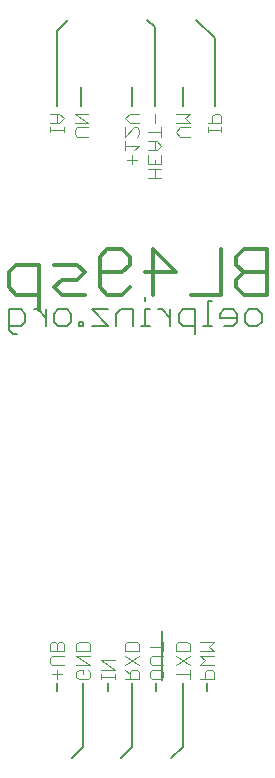
<source format=gbr>
G04 EAGLE Gerber RS-274X export*
G75*
%MOMM*%
%FSLAX34Y34*%
%LPD*%
%INSilkscreen Bottom*%
%IPPOS*%
%AMOC8*
5,1,8,0,0,1.08239X$1,22.5*%
G01*
%ADD10C,0.330200*%
%ADD11C,0.101600*%
%ADD12C,0.177800*%
%ADD13C,0.127000*%
%ADD14C,0.203200*%


D10*
X237945Y420751D02*
X237945Y459392D01*
X218624Y459392D01*
X212184Y452952D01*
X212184Y446512D01*
X218624Y440072D01*
X212184Y433631D01*
X212184Y427191D01*
X218624Y420751D01*
X237945Y420751D01*
X237945Y440072D02*
X218624Y440072D01*
X199354Y459392D02*
X199354Y420751D01*
X173594Y420751D01*
X141444Y420751D02*
X141444Y459392D01*
X160764Y440072D01*
X135004Y440072D01*
X122174Y427191D02*
X115734Y420751D01*
X102854Y420751D01*
X96413Y427191D01*
X96413Y452952D01*
X102854Y459392D01*
X115734Y459392D01*
X122174Y452952D01*
X122174Y446512D01*
X115734Y440072D01*
X96413Y440072D01*
X83584Y420751D02*
X64263Y420751D01*
X57823Y427191D01*
X64263Y433631D01*
X77144Y433631D01*
X83584Y440072D01*
X77144Y446512D01*
X57823Y446512D01*
X44994Y446512D02*
X44994Y407871D01*
X44994Y446512D02*
X25673Y446512D01*
X19233Y440072D01*
X19233Y427191D01*
X25673Y420751D01*
X44994Y420751D01*
D11*
X54483Y558868D02*
X54483Y562766D01*
X54483Y560817D02*
X66177Y560817D01*
X66177Y558868D02*
X66177Y562766D01*
X62279Y566664D02*
X54483Y566664D01*
X62279Y566664D02*
X66177Y570562D01*
X62279Y574460D01*
X54483Y574460D01*
X60330Y574460D02*
X60330Y566664D01*
X123830Y539378D02*
X123830Y531582D01*
X127728Y535480D02*
X119932Y535480D01*
X125779Y543276D02*
X129677Y547174D01*
X117983Y547174D01*
X117983Y543276D02*
X117983Y551072D01*
X117983Y554970D02*
X117983Y562766D01*
X117983Y554970D02*
X125779Y562766D01*
X127728Y562766D01*
X129677Y560817D01*
X129677Y556919D01*
X127728Y554970D01*
X129677Y566664D02*
X121881Y566664D01*
X117983Y570562D01*
X121881Y574460D01*
X129677Y574460D01*
X187833Y562766D02*
X187833Y558868D01*
X187833Y560817D02*
X199527Y560817D01*
X199527Y558868D02*
X199527Y562766D01*
X199527Y566664D02*
X187833Y566664D01*
X199527Y566664D02*
X199527Y572511D01*
X197578Y574460D01*
X193680Y574460D01*
X191731Y572511D01*
X191731Y566664D01*
X86814Y554970D02*
X77069Y554970D01*
X75121Y556919D01*
X75121Y560817D01*
X77069Y562766D01*
X86814Y562766D01*
X86814Y566664D02*
X75121Y566664D01*
X75121Y574460D02*
X86814Y566664D01*
X86814Y574460D02*
X75121Y574460D01*
X137033Y519888D02*
X148727Y519888D01*
X142880Y519888D02*
X142880Y527684D01*
X148727Y527684D02*
X137033Y527684D01*
X148727Y531582D02*
X148727Y539378D01*
X148727Y531582D02*
X137033Y531582D01*
X137033Y539378D01*
X142880Y535480D02*
X142880Y531582D01*
X144829Y543276D02*
X137033Y543276D01*
X144829Y543276D02*
X148727Y547174D01*
X144829Y551072D01*
X137033Y551072D01*
X142880Y551072D02*
X142880Y543276D01*
X137033Y558868D02*
X148727Y558868D01*
X148727Y554970D02*
X148727Y562766D01*
X142880Y566664D02*
X142880Y574460D01*
X164743Y554970D02*
X172539Y554970D01*
X164743Y554970D02*
X160846Y558868D01*
X164743Y562766D01*
X172539Y562766D01*
X172539Y566664D02*
X160846Y566664D01*
X168641Y570562D02*
X172539Y566664D01*
X168641Y570562D02*
X172539Y574460D01*
X160846Y574460D01*
D12*
X222894Y394589D02*
X229928Y394589D01*
X222894Y394589D02*
X219378Y398106D01*
X219378Y405139D01*
X222894Y408656D01*
X229928Y408656D01*
X233444Y405139D01*
X233444Y398106D01*
X229928Y394589D01*
X208878Y394589D02*
X201845Y394589D01*
X208878Y394589D02*
X212395Y398106D01*
X212395Y405139D01*
X208878Y408656D01*
X201845Y408656D01*
X198328Y405139D01*
X198328Y401622D01*
X212395Y401622D01*
X191346Y415689D02*
X187829Y415689D01*
X187829Y394589D01*
X184313Y394589D02*
X191346Y394589D01*
X177313Y387556D02*
X177313Y408656D01*
X166763Y408656D01*
X163246Y405139D01*
X163246Y398106D01*
X166763Y394589D01*
X177313Y394589D01*
X156264Y394589D02*
X156264Y408656D01*
X149231Y408656D02*
X156264Y401622D01*
X149231Y408656D02*
X145714Y408656D01*
X138723Y408656D02*
X135206Y408656D01*
X135206Y394589D01*
X131690Y394589D02*
X138723Y394589D01*
X135206Y415689D02*
X135206Y419206D01*
X124690Y408656D02*
X124690Y394589D01*
X124690Y408656D02*
X114140Y408656D01*
X110623Y405139D01*
X110623Y394589D01*
X103641Y408656D02*
X89574Y408656D01*
X103641Y394589D01*
X89574Y394589D01*
X82592Y394589D02*
X82592Y398106D01*
X79075Y398106D01*
X79075Y394589D01*
X82592Y394589D01*
X68551Y394589D02*
X61517Y394589D01*
X58001Y398106D01*
X58001Y405139D01*
X61517Y408656D01*
X68551Y408656D01*
X72067Y405139D01*
X72067Y398106D01*
X68551Y394589D01*
X51018Y394589D02*
X51018Y408656D01*
X43985Y408656D02*
X51018Y401622D01*
X43985Y408656D02*
X40468Y408656D01*
X26444Y387556D02*
X22927Y387556D01*
X19410Y391072D01*
X19410Y408656D01*
X29960Y408656D01*
X33477Y405139D01*
X33477Y398106D01*
X29960Y394589D01*
X19410Y394589D01*
D11*
X160846Y99656D02*
X172539Y99656D01*
X172539Y95758D02*
X172539Y103554D01*
X172539Y107452D02*
X160846Y115248D01*
X160846Y107452D02*
X172539Y115248D01*
X172539Y119146D02*
X160846Y119146D01*
X160846Y124993D01*
X162794Y126942D01*
X170590Y126942D01*
X172539Y124993D01*
X172539Y119146D01*
X129677Y95758D02*
X117983Y95758D01*
X129677Y95758D02*
X129677Y101605D01*
X127728Y103554D01*
X123830Y103554D01*
X121881Y101605D01*
X121881Y95758D01*
X121881Y99656D02*
X117983Y103554D01*
X117983Y115248D02*
X129677Y107452D01*
X129677Y115248D02*
X117983Y107452D01*
X117983Y119146D02*
X129677Y119146D01*
X117983Y119146D02*
X117983Y124993D01*
X119932Y126942D01*
X127728Y126942D01*
X129677Y124993D01*
X129677Y119146D01*
X88402Y101605D02*
X86453Y103554D01*
X88402Y101605D02*
X88402Y97707D01*
X86453Y95758D01*
X78657Y95758D01*
X76708Y97707D01*
X76708Y101605D01*
X78657Y103554D01*
X82555Y103554D01*
X82555Y99656D01*
X76708Y107452D02*
X88402Y107452D01*
X76708Y115248D01*
X88402Y115248D01*
X88402Y119146D02*
X76708Y119146D01*
X76708Y124993D01*
X78657Y126942D01*
X86453Y126942D01*
X88402Y124993D01*
X88402Y119146D01*
X150314Y101605D02*
X150314Y97707D01*
X148365Y95758D01*
X140569Y95758D01*
X138621Y97707D01*
X138621Y101605D01*
X140569Y103554D01*
X148365Y103554D01*
X150314Y101605D01*
X150314Y107452D02*
X140569Y107452D01*
X138621Y109401D01*
X138621Y113299D01*
X140569Y115248D01*
X150314Y115248D01*
X150314Y123044D02*
X138621Y123044D01*
X150314Y119146D02*
X150314Y126942D01*
X97346Y99656D02*
X97346Y95758D01*
X97346Y97707D02*
X109039Y97707D01*
X109039Y95758D02*
X109039Y99656D01*
X109039Y103554D02*
X97346Y103554D01*
X97346Y111350D02*
X109039Y103554D01*
X109039Y111350D02*
X97346Y111350D01*
X60330Y103554D02*
X60330Y95758D01*
X64228Y99656D02*
X56432Y99656D01*
X56432Y107452D02*
X66177Y107452D01*
X56432Y107452D02*
X54483Y109401D01*
X54483Y113299D01*
X56432Y115248D01*
X66177Y115248D01*
X66177Y119146D02*
X54483Y119146D01*
X66177Y119146D02*
X66177Y124993D01*
X64228Y126942D01*
X62279Y126942D01*
X60330Y124993D01*
X58381Y126942D01*
X56432Y126942D01*
X54483Y124993D01*
X54483Y119146D01*
X60330Y119146D02*
X60330Y124993D01*
D13*
X149225Y136525D02*
X149225Y95250D01*
D11*
X181483Y95758D02*
X193177Y95758D01*
X193177Y101605D01*
X191228Y103554D01*
X187330Y103554D01*
X185381Y101605D01*
X185381Y95758D01*
X181483Y107452D02*
X193177Y107452D01*
X185381Y111350D02*
X181483Y107452D01*
X185381Y111350D02*
X181483Y115248D01*
X193177Y115248D01*
X193177Y119146D02*
X181483Y119146D01*
X189279Y123044D02*
X193177Y119146D01*
X189279Y123044D02*
X193177Y126942D01*
X181483Y126942D01*
D14*
X82550Y92075D02*
X82550Y38100D01*
X73025Y28575D01*
X60325Y85725D02*
X60325Y92075D01*
X103188Y92075D02*
X103188Y85725D01*
X123825Y92075D02*
X123825Y38100D01*
X114300Y28575D01*
X144463Y85725D02*
X144463Y92075D01*
X166688Y92075D02*
X166688Y38100D01*
X157163Y28575D01*
X187325Y85725D02*
X187325Y92075D01*
X60325Y581025D02*
X60325Y644525D01*
X69850Y654050D01*
X123825Y596900D02*
X123825Y581025D01*
X142875Y581025D02*
X142875Y647700D01*
X136525Y654050D01*
X193675Y638175D02*
X193675Y581025D01*
X193675Y638175D02*
X177800Y654050D01*
X80963Y596900D02*
X80963Y581025D01*
X166688Y581025D02*
X166688Y596900D01*
M02*

</source>
